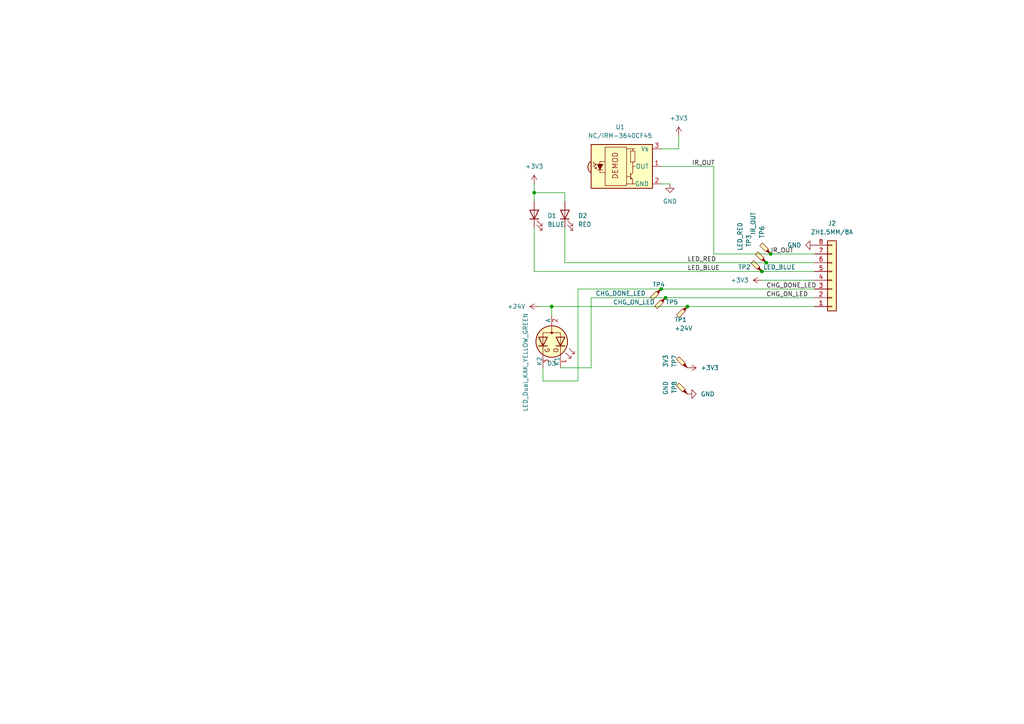
<source format=kicad_sch>
(kicad_sch (version 20211123) (generator eeschema)
  (paper "A4")
  (title_block (title "EHDS-01-LED") (date "2022-11-16") (rev "V0.1"))
  (lib_symbols
    (symbol "Connector:TestPoint_Probe" (pin_numbers hide) (pin_names (offset 0.762) hide)
      (property "Reference" "TP" (at 1.651 5.842 0))
      (property "Value" "TestPoint_Probe" (at 1.651 4.064 0))
      (symbol "TestPoint_Probe_0_1"
        (polyline (pts (xy 1.27 0.762) (xy 0 0) (xy 0.762 1.27) (xy 1.27 0.762)) (fill (type outline)))
        (polyline (pts (xy 1.397 0.635) (xy 0.635 1.397) (xy 2.413 3.175) (xy 3.175 2.413) (xy 1.397 0.635)) (fill (type background)))
      )
      (symbol "TestPoint_Probe_1_1"
        (pin passive line (at 0 0 90) (length 0) (name "1") (number "1"))
      )
    )
    (symbol "Connector_Generic:Conn_01x08" (pin_names (offset 1.016) hide)
      (property "Reference" "J" (at 0 10.16 0))
      (property "Value" "Conn_01x08" (at 0 -12.7 0))
      (symbol "Conn_01x08_1_1"
        (rectangle (start -1.27 -10.033) (end 0 -10.287) (stroke (width 0.1524)))
        (rectangle (start -1.27 -7.493) (end 0 -7.747) (stroke (width 0.1524)))
        (rectangle (start -1.27 -4.953) (end 0 -5.207) (stroke (width 0.1524)))
        (rectangle (start -1.27 -2.413) (end 0 -2.667) (stroke (width 0.1524)))
        (rectangle (start -1.27 0.127) (end 0 -0.127) (stroke (width 0.1524)))
        (rectangle (start -1.27 2.667) (end 0 2.413) (stroke (width 0.1524)))
        (rectangle (start -1.27 5.207) (end 0 4.953) (stroke (width 0.1524)))
        (rectangle (start -1.27 7.747) (end 0 7.493) (stroke (width 0.1524)))
        (rectangle (start -1.27 8.89) (end 1.27 -11.43) (stroke (width 0.254)) (fill (type background)))
        (pin passive line (at -5.08 7.62 0) (length 3.81) (name "Pin_1") (number "1"))
        (pin passive line (at -5.08 5.08 0) (length 3.81) (name "Pin_2") (number "2"))
        (pin passive line (at -5.08 2.54 0) (length 3.81) (name "Pin_3") (number "3"))
        (pin passive line (at -5.08 0 0) (length 3.81) (name "Pin_4") (number "4"))
        (pin passive line (at -5.08 -2.54 0) (length 3.81) (name "Pin_5") (number "5"))
        (pin passive line (at -5.08 -5.08 0) (length 3.81) (name "Pin_6") (number "6"))
        (pin passive line (at -5.08 -7.62 0) (length 3.81) (name "Pin_7") (number "7"))
        (pin passive line (at -5.08 -10.16 0) (length 3.81) (name "Pin_8") (number "8"))
      )
    )
    (symbol "Device:LED" (pin_numbers hide) (pin_names (offset 1.016) hide)
      (property "Reference" "D" (at 0 2.54 0))
      (property "Value" "LED" (at 0 -2.54 0))
      (symbol "LED_0_1"
        (polyline (pts (xy -1.27 -1.27) (xy -1.27 1.27)) (stroke (width 0.254)))
        (polyline (pts (xy -1.27 0) (xy 1.27 0)))
        (polyline (pts (xy 1.27 -1.27) (xy 1.27 1.27) (xy -1.27 0) (xy 1.27 -1.27)) (stroke (width 0.254)))
        (polyline (pts (xy -3.048 -0.762) (xy -4.572 -2.286) (xy -3.81 -2.286) (xy -4.572 -2.286) (xy -4.572 -1.524)))
        (polyline (pts (xy -1.778 -0.762) (xy -3.302 -2.286) (xy -2.54 -2.286) (xy -3.302 -2.286) (xy -3.302 -1.524)))
      )
      (symbol "LED_1_1"
        (pin passive line (at -3.81 0 0) (length 2.54) (name "K") (number "1"))
        (pin passive line (at 3.81 0 180) (length 2.54) (name "A") (number "2"))
      )
    )
    (symbol "Device:LED_Dual_KAK" (pin_names (offset 0))
      (property "Reference" "D1" (at 6.35 1.3336 90))
      (property "Value" "LED_Dual_KAK_ORANGE_GREEN" (at -7.62 21.59 0))
      (symbol "LED_Dual_KAK_0_0"
        (text "G" (at 2.54 -1.27 0) (effects (font (size 1.27 1.27))))
        (text "O" (at 2.54 1.27 0) (effects (font (size 1.27 1.27))))
      )
      (symbol "LED_Dual_KAK_0_1"
        (circle (center -2.54 0) (radius 0.2794) (fill (type outline)))
        (polyline (pts (xy -4.572 0) (xy -2.54 0)))
        (polyline (pts (xy 1.27 -1.27) (xy 1.27 -3.81)) (stroke (width 0.254)))
        (polyline (pts (xy 1.27 3.81) (xy 1.27 1.27)) (stroke (width 0.254)))
        (polyline (pts (xy 3.81 -2.54) (xy 1.905 -2.54)))
        (polyline (pts (xy 3.81 2.54) (xy 1.905 2.54)))
        (polyline (pts (xy -1.27 -1.27) (xy -1.27 -3.81) (xy 1.27 -2.54) (xy -1.27 -1.27)) (stroke (width 0.254)))
        (polyline (pts (xy -1.27 3.81) (xy -1.27 1.27) (xy 1.27 2.54) (xy -1.27 3.81)) (stroke (width 0.254)))
        (polyline (pts (xy 2.032 2.54) (xy -2.54 2.54) (xy -2.54 -2.54) (xy 2.032 -2.54)))
        (polyline (pts (xy 2.032 5.08) (xy 3.556 6.604) (xy 2.794 6.604) (xy 3.556 6.604) (xy 3.556 5.842)))
        (polyline (pts (xy 3.302 4.064) (xy 4.826 5.588) (xy 4.064 5.588) (xy 4.826 5.588) (xy 4.826 4.826)))
        (circle (center 0 0) (radius 4.572) (stroke (width 0.254)) (fill (type background)))
      )
      (symbol "LED_Dual_KAK_1_1"
        (pin input line (at 7.62 2.54 180) (length 3.81) (name "K1") (number "1"))
        (pin input line (at -7.62 0 0) (length 3.048) (name "A") (number "2"))
        (pin input line (at 7.62 -2.54 180) (length 3.81) (name "K2") (number "3"))
      )
    )
    (symbol "Interface_Optical:TSOP348xx" (pin_names (offset 1.016))
      (property "Reference" "U" (at -10.16 7.62 0))
      (property "Value" "TSOP348xx" (at -10.16 -7.62 0))
      (symbol "TSOP348xx_0_0"
        (arc (start -10.287 1.397) (mid -11.0899 -0.1852) (end -10.287 -1.778) (stroke (width 0.254)) (fill (type background)))
        (polyline (pts (xy 1.905 -5.08) (xy 0.127 -5.08)))
        (polyline (pts (xy 1.905 5.08) (xy 0.127 5.08)))
        (text "DEMOD" (at -3.175 0.254 900) (effects (font (size 1.524 1.524))))
      )
      (symbol "TSOP348xx_0_1"
        (rectangle (start -6.096 5.588) (end 0.127 -5.588))
        (polyline (pts (xy -8.763 0.381) (xy -9.652 1.27)))
        (polyline (pts (xy -8.763 0.381) (xy -9.271 0.381)))
        (polyline (pts (xy -8.763 0.381) (xy -8.763 0.889)))
        (polyline (pts (xy -8.636 -0.635) (xy -9.525 0.254)))
        (polyline (pts (xy -8.636 -0.635) (xy -9.144 -0.635)))
        (polyline (pts (xy -8.636 -0.635) (xy -8.636 -0.127)))
        (polyline (pts (xy -8.382 -1.016) (xy -6.731 -1.016)))
        (polyline (pts (xy 1.27 -2.921) (xy 0.127 -2.921)))
        (polyline (pts (xy 1.27 -1.905) (xy 1.27 -3.81)))
        (polyline (pts (xy 1.397 -3.556) (xy 1.524 -3.556)))
        (polyline (pts (xy 1.651 -3.556) (xy 1.524 -3.556)))
        (polyline (pts (xy 1.651 -3.556) (xy 1.651 -3.302)))
        (polyline (pts (xy 1.905 0) (xy 1.905 1.27)))
        (polyline (pts (xy 1.905 4.445) (xy 1.905 5.08) (xy 2.54 5.08)))
        (polyline (pts (xy -8.382 0.635) (xy -6.731 0.635) (xy -7.62 -1.016) (xy -8.382 0.635)) (fill (type outline)))
        (polyline (pts (xy -6.096 1.397) (xy -7.62 1.397) (xy -7.62 -1.778) (xy -6.096 -1.778)))
        (polyline (pts (xy 1.27 -3.175) (xy 1.905 -3.81) (xy 1.905 -5.08) (xy 2.54 -5.08)))
        (polyline (pts (xy 1.27 -2.54) (xy 1.905 -1.905) (xy 1.905 0) (xy 2.54 0)))
        (rectangle (start 2.54 1.27) (end 1.27 4.445))
        (rectangle (start 7.62 6.35) (end -10.16 -6.35) (stroke (width 0.254)) (fill (type background)))
      )
      (symbol "TSOP348xx_1_1"
        (pin output line (at 10.16 0 180) (length 2.54) (name "OUT") (number "1"))
        (pin power_in line (at 10.16 -5.08 180) (length 2.54) (name "GND") (number "2"))
        (pin power_in line (at 10.16 5.08 180) (length 2.54) (name "Vs") (number "3"))
      )
    )
    (symbol "power:+24V" (power) (pin_names (offset 0))
      (property "Value" "+24V" (at 0 3.556 0))
      (symbol "+24V_0_1"
        (polyline (pts (xy -0.762 1.27) (xy 0 2.54)))
        (polyline (pts (xy 0 0) (xy 0 2.54)))
        (polyline (pts (xy 0 2.54) (xy 0.762 1.27)))
      )
      (symbol "+24V_1_1"
        (pin power_in line (at 0 0 90) (length 0) hide (name "+24V") (number "1"))
      )
    )
    (symbol "power:+3V3" (power) (pin_names (offset 0))
      (property "Value" "+3V3" (at 0 3.556 0))
      (symbol "+3V3_0_1"
        (polyline (pts (xy -0.762 1.27) (xy 0 2.54)))
        (polyline (pts (xy 0 0) (xy 0 2.54)))
        (polyline (pts (xy 0 2.54) (xy 0.762 1.27)))
      )
      (symbol "+3V3_1_1"
        (pin power_in line (at 0 0 90) (length 0) hide (name "+3V3") (number "1"))
      )
    )
    (symbol "power:GND" (power) (pin_names (offset 0))
      (property "Value" "GND" (at 0 -3.81 0))
      (symbol "GND_0_1"
        (polyline (pts (xy 0 0) (xy 0 -1.27) (xy 1.27 -1.27) (xy 0 -2.54) (xy -1.27 -1.27) (xy 0 -1.27)))
      )
      (symbol "GND_1_1"
        (pin power_in line (at 0 0 270) (length 0) hide (name "GND") (number "1"))
      )
    )
  )
  (junction (at 160.02 88.9))
  (junction (at 222.25 76.2))
  (junction (at 199.39 88.9))
  (junction (at 193.04 86.36))
  (junction (at 223.52 73.66))
  (junction (at 154.94 55.88))
  (junction (at 191.77 83.82))
  (junction (at 220.98 78.74))
  (wire (pts (xy 193.04 86.36) (xy 236.22 86.36)))
  (wire (pts (xy 191.77 48.26) (xy 207.01 48.26)))
  (wire (pts (xy 154.94 55.88) (xy 154.94 53.34)))
  (wire (pts (xy 154.94 66.04) (xy 154.94 78.74)))
  (wire (pts (xy 171.45 86.36) (xy 193.04 86.36)))
  (wire (pts (xy 196.85 39.37) (xy 196.85 43.18)))
  (wire (pts (xy 154.94 78.74) (xy 220.98 78.74)))
  (wire (pts (xy 207.01 48.26) (xy 207.01 73.66)))
  (wire (pts (xy 163.83 76.2) (xy 222.25 76.2)))
  (wire (pts (xy 157.48 110.49) (xy 167.64 110.49)))
  (wire (pts (xy 171.45 106.68) (xy 171.45 86.36)))
  (wire (pts (xy 167.64 83.82) (xy 191.77 83.82)))
  (wire (pts (xy 157.48 106.68) (xy 157.48 110.49)))
  (wire (pts (xy 156.21 88.9) (xy 160.02 88.9)))
  (wire (pts (xy 154.94 55.88) (xy 163.83 55.88)))
  (wire (pts (xy 163.83 55.88) (xy 163.83 58.42)))
  (wire (pts (xy 163.83 66.04) (xy 163.83 76.2)))
  (wire (pts (xy 167.64 110.49) (xy 167.64 83.82)))
  (wire (pts (xy 160.02 88.9) (xy 199.39 88.9)))
  (wire (pts (xy 160.02 88.9) (xy 160.02 91.44)))
  (wire (pts (xy 223.52 73.66) (xy 236.22 73.66)))
  (wire (pts (xy 154.94 55.88) (xy 154.94 58.42)))
  (wire (pts (xy 191.77 83.82) (xy 236.22 83.82)))
  (wire (pts (xy 220.98 78.74) (xy 236.22 78.74)))
  (wire (pts (xy 220.98 81.28) (xy 236.22 81.28)))
  (wire (pts (xy 162.56 106.68) (xy 171.45 106.68)))
  (wire (pts (xy 191.77 53.34) (xy 194.31 53.34)))
  (wire (pts (xy 199.39 88.9) (xy 236.22 88.9)))
  (wire (pts (xy 196.85 43.18) (xy 191.77 43.18)))
  (wire (pts (xy 222.25 76.2) (xy 236.22 76.2)))
  (wire (pts (xy 207.01 73.66) (xy 223.52 73.66)))
  (label "CHG_DONE_LED" (at 222.25 83.82 0))
  (label "LED_BLUE" (at 199.39 78.74 0))
  (label "LED_RED" (at 199.39 76.2 0))
  (label "IR_OUT" (at 223.52 73.66 0))
  (label "CHG_ON_LED" (at 222.25 86.36 0))
  (label "IR_OUT" (at 200.66 48.26 0))
  (symbol (lib_id "power:GND") (at 194.31 53.34 0) (unit 1)
    (property "Reference" "#PWR0101" (effects hide))
    (property "Value" "GND" (at 194.31 58.42 0))
  )
  (symbol (lib_id "power:+24V") (at 156.21 88.9 90) (unit 1)
    (property "Reference" "#PWR0104" (effects hide))
    (property "Value" "+24V" (at 152.4 88.8999 90) (effects (justify left)))
  )
  (symbol (lib_id "Device:LED_Dual_KAK") (at 160.02 99.06 270) (unit 1)
    (property "Reference" "D3" (at 161.3536 105.41 90) (effects (justify right)))
    (property "Value" "LED_Dual_KAK_YELLOW_GREEN" (at 152.4 119.38 0) (effects (justify right)))
    (property "Footprint" "Ovo_LED_THT:LED_D3.0mm-3" (effects hide))
  )
  (symbol (lib_id "Device:LED") (at 154.94 62.23 90) (unit 1)
    (property "Reference" "D1" (at 158.75 62.5474 90) (effects (justify right)))
    (property "Value" "BLUE" (at 158.75 65.0874 90) (effects (justify right)))
    (property "Footprint" "Ovo_LED_THT:LED_D3.0mm" (effects hide))
  )
  (symbol (lib_id "Device:LED") (at 163.83 62.23 90) (unit 1)
    (property "Reference" "D2" (at 167.64 62.5474 90) (effects (justify right)))
    (property "Value" "RED" (at 167.64 65.0874 90) (effects (justify right)))
    (property "Footprint" "Ovo_LED_THT:LED_D3.0mm" (effects hide))
  )
  (symbol (lib_id "Connector:TestPoint_Probe") (at 199.39 114.3 90) (unit 1)
    (property "Reference" "TP8" (at 195.58 110.49 0) (effects (justify right)))
    (property "Value" "GND" (at 193.04 110.49 0) (effects (justify right)))
    (property "Footprint" "TestPoint:TestPoint_Pad_D1.0mm" (effects hide))
  )
  (symbol (lib_id "Connector:TestPoint_Probe") (at 199.39 88.9 180) (unit 1)
    (property "Reference" "TP1" (at 195.58 92.71 0) (effects (justify right)))
    (property "Value" "+24V" (at 195.58 95.25 0) (effects (justify right)))
    (property "Footprint" "TestPoint:TestPoint_Pad_D1.0mm" (effects hide))
  )
  (symbol (lib_id "Connector_Generic:Conn_01x08") (at 241.3 81.28 0) (mirror x) (unit 1)
    (property "Reference" "J2" (at 241.3 64.77 0))
    (property "Value" "ZH1.5MM/8A" (at 241.3 67.31 0))
    (property "Footprint" "Ovo_Connector_JST:JST_ZH_B08B-ZR_1x08_P1.50mm_Vertical" (effects hide))
  )
  (symbol (lib_id "power:GND") (at 236.22 71.12 270) (unit 1)
    (property "Reference" "#PWR0103" (effects hide))
    (property "Value" "GND" (at 232.41 71.1199 90) (effects (justify right)))
  )
  (symbol (lib_id "power:GND") (at 199.39 114.3 90) (unit 1)
    (property "Reference" "#PWR0108" (effects hide))
    (property "Value" "GND" (at 203.2 114.2999 90) (effects (justify right)))
  )
  (symbol (lib_id "Connector:TestPoint_Probe") (at 223.52 73.66 90) (unit 1)
    (property "Reference" "TP6" (at 220.98 67.31 0))
    (property "Value" "IR_OUT" (at 218.44 64.77 0))
    (property "Footprint" "TestPoint:TestPoint_Pad_D1.0mm" (effects hide))
  )
  (symbol (lib_id "Connector:TestPoint_Probe") (at 193.04 86.36 180) (unit 1)
    (property "Reference" "TP5" (at 193.04 87.63 0) (effects (justify right)))
    (property "Value" "CHG_ON_LED" (at 177.8 87.63 0) (effects (justify right)))
    (property "Footprint" "TestPoint:TestPoint_Pad_D1.0mm" (effects hide))
  )
  (symbol (lib_id "Connector:TestPoint_Probe") (at 220.98 78.74 90) (unit 1)
    (property "Reference" "TP2" (at 215.9 77.47 90))
    (property "Value" "LED_BLUE" (at 226.06 77.47 90))
    (property "Footprint" "TestPoint:TestPoint_Pad_D1.0mm" (effects hide))
  )
  (symbol (lib_id "power:+3V3") (at 199.39 106.68 270) (unit 1)
    (property "Reference" "#PWR0107" (effects hide))
    (property "Value" "+3V3" (at 203.2 106.6799 90) (effects (justify left)))
  )
  (symbol (lib_id "Connector:TestPoint_Probe") (at 199.39 106.68 90) (unit 1)
    (property "Reference" "TP7" (at 195.58 102.87 0) (effects (justify right)))
    (property "Value" "3V3" (at 193.04 102.87 0) (effects (justify right)))
    (property "Footprint" "TestPoint:TestPoint_Pad_D1.0mm" (effects hide))
  )
  (symbol (lib_id "power:+3V3") (at 220.98 81.28 90) (unit 1)
    (property "Reference" "#PWR0105" (effects hide))
    (property "Value" "+3V3" (at 217.17 81.2799 90) (effects (justify left)))
  )
  (symbol (lib_id "Connector:TestPoint_Probe") (at 222.25 76.2 90) (unit 1)
    (property "Reference" "TP3" (at 217.17 69.85 0))
    (property "Value" "LED_RED" (at 214.63 68.58 0))
    (property "Footprint" "TestPoint:TestPoint_Pad_D1.0mm" (effects hide))
  )
  (symbol (lib_id "power:+3V3") (at 196.85 39.37 0) (unit 1)
    (property "Reference" "#PWR0102" (effects hide))
    (property "Value" "+3V3" (at 196.85 34.29 0))
  )
  (symbol (lib_id "Connector:TestPoint_Probe") (at 191.77 83.82 180) (unit 1)
    (property "Reference" "TP4" (at 189.23 82.55 0) (effects (justify right)))
    (property "Value" "CHG_DONE_LED" (at 172.72 85.09 0) (effects (justify right)))
    (property "Footprint" "TestPoint:TestPoint_Pad_D1.0mm" (effects hide))
  )
  (symbol (lib_id "power:+3V3") (at 154.94 53.34 0) (unit 1)
    (property "Reference" "#PWR0106" (effects hide))
    (property "Value" "+3V3" (at 154.94 48.26 0))
  )
  (symbol (lib_id "Interface_Optical:TSOP348xx") (at 181.61 48.26 0) (unit 1)
    (property "Reference" "U1" (at 179.875 36.83 0))
    (property "Value" "NC/IRM-3640CF45" (at 179.875 39.37 0))
    (property "Footprint" "Ovo_OptoDevice:Everlight_IRM-3640CF45" (effects hide))
    (property "Datasheet" "https://www.vishay.com/docs/82489/tsop322.pdf" (effects hide))
  )
)
</source>
